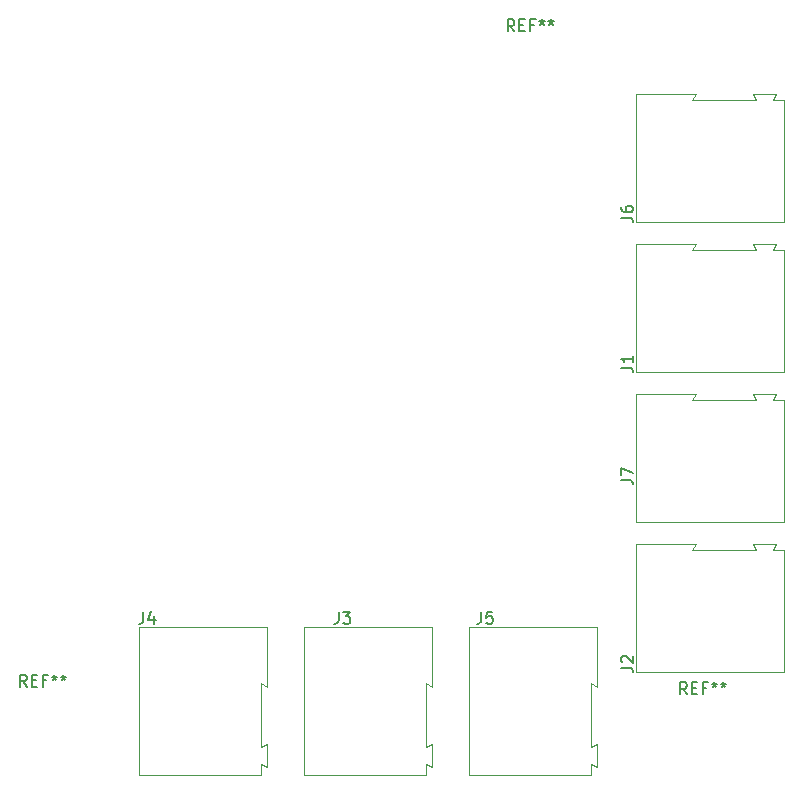
<source format=gbr>
%TF.GenerationSoftware,KiCad,Pcbnew,(5.1.7)-1*%
%TF.CreationDate,2021-07-10T18:44:26+02:00*%
%TF.ProjectId,p_ytka_podno_nik,70427974-6b61-45f7-906f-646e6f5b6e69,rev?*%
%TF.SameCoordinates,Original*%
%TF.FileFunction,Legend,Top*%
%TF.FilePolarity,Positive*%
%FSLAX46Y46*%
G04 Gerber Fmt 4.6, Leading zero omitted, Abs format (unit mm)*
G04 Created by KiCad (PCBNEW (5.1.7)-1) date 2021-07-10 18:44:26*
%MOMM*%
%LPD*%
G01*
G04 APERTURE LIST*
%ADD10C,0.120000*%
%ADD11C,0.150000*%
G04 APERTURE END LIST*
D10*
%TO.C,J3*%
X144090000Y-108000000D02*
X133240000Y-108000000D01*
X144090000Y-113100000D02*
X144090000Y-108000000D01*
X143590000Y-112800000D02*
X144090000Y-113100000D01*
X143590000Y-118200000D02*
X143590000Y-112800000D01*
X144090000Y-117950000D02*
X143590000Y-118200000D01*
X144090000Y-118000000D02*
X144090000Y-117950000D01*
X144090000Y-119900000D02*
X144090000Y-118000000D01*
X143590000Y-119650000D02*
X144090000Y-119900000D01*
X143590000Y-120600000D02*
X143590000Y-119650000D01*
X133240000Y-120600000D02*
X143590000Y-120600000D01*
X133240000Y-108000000D02*
X133240000Y-120600000D01*
%TO.C,J1*%
X161340000Y-75620000D02*
X161340000Y-86470000D01*
X166440000Y-75620000D02*
X161340000Y-75620000D01*
X166140000Y-76120000D02*
X166440000Y-75620000D01*
X171540000Y-76120000D02*
X166140000Y-76120000D01*
X171290000Y-75620000D02*
X171540000Y-76120000D01*
X171340000Y-75620000D02*
X171290000Y-75620000D01*
X173240000Y-75620000D02*
X171340000Y-75620000D01*
X172990000Y-76120000D02*
X173240000Y-75620000D01*
X173940000Y-76120000D02*
X172990000Y-76120000D01*
X173940000Y-86470000D02*
X173940000Y-76120000D01*
X161340000Y-86470000D02*
X173940000Y-86470000D01*
%TO.C,J7*%
X161340000Y-88320000D02*
X161340000Y-99170000D01*
X166440000Y-88320000D02*
X161340000Y-88320000D01*
X166140000Y-88820000D02*
X166440000Y-88320000D01*
X171540000Y-88820000D02*
X166140000Y-88820000D01*
X171290000Y-88320000D02*
X171540000Y-88820000D01*
X171340000Y-88320000D02*
X171290000Y-88320000D01*
X173240000Y-88320000D02*
X171340000Y-88320000D01*
X172990000Y-88820000D02*
X173240000Y-88320000D01*
X173940000Y-88820000D02*
X172990000Y-88820000D01*
X173940000Y-99170000D02*
X173940000Y-88820000D01*
X161340000Y-99170000D02*
X173940000Y-99170000D01*
%TO.C,J6*%
X161340000Y-73770000D02*
X173940000Y-73770000D01*
X173940000Y-73770000D02*
X173940000Y-63420000D01*
X173940000Y-63420000D02*
X172990000Y-63420000D01*
X172990000Y-63420000D02*
X173240000Y-62920000D01*
X173240000Y-62920000D02*
X171340000Y-62920000D01*
X171340000Y-62920000D02*
X171290000Y-62920000D01*
X171290000Y-62920000D02*
X171540000Y-63420000D01*
X171540000Y-63420000D02*
X166140000Y-63420000D01*
X166140000Y-63420000D02*
X166440000Y-62920000D01*
X166440000Y-62920000D02*
X161340000Y-62920000D01*
X161340000Y-62920000D02*
X161340000Y-73770000D01*
%TO.C,J5*%
X158060000Y-108000000D02*
X147210000Y-108000000D01*
X158060000Y-113100000D02*
X158060000Y-108000000D01*
X157560000Y-112800000D02*
X158060000Y-113100000D01*
X157560000Y-118200000D02*
X157560000Y-112800000D01*
X158060000Y-117950000D02*
X157560000Y-118200000D01*
X158060000Y-118000000D02*
X158060000Y-117950000D01*
X158060000Y-119900000D02*
X158060000Y-118000000D01*
X157560000Y-119650000D02*
X158060000Y-119900000D01*
X157560000Y-120600000D02*
X157560000Y-119650000D01*
X147210000Y-120600000D02*
X157560000Y-120600000D01*
X147210000Y-108000000D02*
X147210000Y-120600000D01*
%TO.C,J4*%
X130120000Y-108000000D02*
X119270000Y-108000000D01*
X130120000Y-113100000D02*
X130120000Y-108000000D01*
X129620000Y-112800000D02*
X130120000Y-113100000D01*
X129620000Y-118200000D02*
X129620000Y-112800000D01*
X130120000Y-117950000D02*
X129620000Y-118200000D01*
X130120000Y-118000000D02*
X130120000Y-117950000D01*
X130120000Y-119900000D02*
X130120000Y-118000000D01*
X129620000Y-119650000D02*
X130120000Y-119900000D01*
X129620000Y-120600000D02*
X129620000Y-119650000D01*
X119270000Y-120600000D02*
X129620000Y-120600000D01*
X119270000Y-108000000D02*
X119270000Y-120600000D01*
%TO.C,J2*%
X161340000Y-101020000D02*
X161340000Y-111870000D01*
X166440000Y-101020000D02*
X161340000Y-101020000D01*
X166140000Y-101520000D02*
X166440000Y-101020000D01*
X171540000Y-101520000D02*
X166140000Y-101520000D01*
X171290000Y-101020000D02*
X171540000Y-101520000D01*
X171340000Y-101020000D02*
X171290000Y-101020000D01*
X173240000Y-101020000D02*
X171340000Y-101020000D01*
X172990000Y-101520000D02*
X173240000Y-101020000D01*
X173940000Y-101520000D02*
X172990000Y-101520000D01*
X173940000Y-111870000D02*
X173940000Y-101520000D01*
X161340000Y-111870000D02*
X173940000Y-111870000D01*
%TO.C,REF\u002A\u002A*%
D11*
X151066666Y-57602380D02*
X150733333Y-57126190D01*
X150495238Y-57602380D02*
X150495238Y-56602380D01*
X150876190Y-56602380D01*
X150971428Y-56650000D01*
X151019047Y-56697619D01*
X151066666Y-56792857D01*
X151066666Y-56935714D01*
X151019047Y-57030952D01*
X150971428Y-57078571D01*
X150876190Y-57126190D01*
X150495238Y-57126190D01*
X151495238Y-57078571D02*
X151828571Y-57078571D01*
X151971428Y-57602380D02*
X151495238Y-57602380D01*
X151495238Y-56602380D01*
X151971428Y-56602380D01*
X152733333Y-57078571D02*
X152400000Y-57078571D01*
X152400000Y-57602380D02*
X152400000Y-56602380D01*
X152876190Y-56602380D01*
X153400000Y-56602380D02*
X153400000Y-56840476D01*
X153161904Y-56745238D02*
X153400000Y-56840476D01*
X153638095Y-56745238D01*
X153257142Y-57030952D02*
X153400000Y-56840476D01*
X153542857Y-57030952D01*
X154161904Y-56602380D02*
X154161904Y-56840476D01*
X153923809Y-56745238D02*
X154161904Y-56840476D01*
X154400000Y-56745238D01*
X154019047Y-57030952D02*
X154161904Y-56840476D01*
X154304761Y-57030952D01*
X165671666Y-113727380D02*
X165338333Y-113251190D01*
X165100238Y-113727380D02*
X165100238Y-112727380D01*
X165481190Y-112727380D01*
X165576428Y-112775000D01*
X165624047Y-112822619D01*
X165671666Y-112917857D01*
X165671666Y-113060714D01*
X165624047Y-113155952D01*
X165576428Y-113203571D01*
X165481190Y-113251190D01*
X165100238Y-113251190D01*
X166100238Y-113203571D02*
X166433571Y-113203571D01*
X166576428Y-113727380D02*
X166100238Y-113727380D01*
X166100238Y-112727380D01*
X166576428Y-112727380D01*
X167338333Y-113203571D02*
X167005000Y-113203571D01*
X167005000Y-113727380D02*
X167005000Y-112727380D01*
X167481190Y-112727380D01*
X168005000Y-112727380D02*
X168005000Y-112965476D01*
X167766904Y-112870238D02*
X168005000Y-112965476D01*
X168243095Y-112870238D01*
X167862142Y-113155952D02*
X168005000Y-112965476D01*
X168147857Y-113155952D01*
X168766904Y-112727380D02*
X168766904Y-112965476D01*
X168528809Y-112870238D02*
X168766904Y-112965476D01*
X169005000Y-112870238D01*
X168624047Y-113155952D02*
X168766904Y-112965476D01*
X168909761Y-113155952D01*
X109791666Y-113092380D02*
X109458333Y-112616190D01*
X109220238Y-113092380D02*
X109220238Y-112092380D01*
X109601190Y-112092380D01*
X109696428Y-112140000D01*
X109744047Y-112187619D01*
X109791666Y-112282857D01*
X109791666Y-112425714D01*
X109744047Y-112520952D01*
X109696428Y-112568571D01*
X109601190Y-112616190D01*
X109220238Y-112616190D01*
X110220238Y-112568571D02*
X110553571Y-112568571D01*
X110696428Y-113092380D02*
X110220238Y-113092380D01*
X110220238Y-112092380D01*
X110696428Y-112092380D01*
X111458333Y-112568571D02*
X111125000Y-112568571D01*
X111125000Y-113092380D02*
X111125000Y-112092380D01*
X111601190Y-112092380D01*
X112125000Y-112092380D02*
X112125000Y-112330476D01*
X111886904Y-112235238D02*
X112125000Y-112330476D01*
X112363095Y-112235238D01*
X111982142Y-112520952D02*
X112125000Y-112330476D01*
X112267857Y-112520952D01*
X112886904Y-112092380D02*
X112886904Y-112330476D01*
X112648809Y-112235238D02*
X112886904Y-112330476D01*
X113125000Y-112235238D01*
X112744047Y-112520952D02*
X112886904Y-112330476D01*
X113029761Y-112520952D01*
%TO.C,J3*%
X136191666Y-106762380D02*
X136191666Y-107476666D01*
X136144047Y-107619523D01*
X136048809Y-107714761D01*
X135905952Y-107762380D01*
X135810714Y-107762380D01*
X136572619Y-106762380D02*
X137191666Y-106762380D01*
X136858333Y-107143333D01*
X137001190Y-107143333D01*
X137096428Y-107190952D01*
X137144047Y-107238571D01*
X137191666Y-107333809D01*
X137191666Y-107571904D01*
X137144047Y-107667142D01*
X137096428Y-107714761D01*
X137001190Y-107762380D01*
X136715476Y-107762380D01*
X136620238Y-107714761D01*
X136572619Y-107667142D01*
%TO.C,J1*%
X160102380Y-86073333D02*
X160816666Y-86073333D01*
X160959523Y-86120952D01*
X161054761Y-86216190D01*
X161102380Y-86359047D01*
X161102380Y-86454285D01*
X161102380Y-85073333D02*
X161102380Y-85644761D01*
X161102380Y-85359047D02*
X160102380Y-85359047D01*
X160245238Y-85454285D01*
X160340476Y-85549523D01*
X160388095Y-85644761D01*
%TO.C,J7*%
X160102380Y-95583333D02*
X160816666Y-95583333D01*
X160959523Y-95630952D01*
X161054761Y-95726190D01*
X161102380Y-95869047D01*
X161102380Y-95964285D01*
X160102380Y-95202380D02*
X160102380Y-94535714D01*
X161102380Y-94964285D01*
%TO.C,J6*%
X160102380Y-73373333D02*
X160816666Y-73373333D01*
X160959523Y-73420952D01*
X161054761Y-73516190D01*
X161102380Y-73659047D01*
X161102380Y-73754285D01*
X160102380Y-72468571D02*
X160102380Y-72659047D01*
X160150000Y-72754285D01*
X160197619Y-72801904D01*
X160340476Y-72897142D01*
X160530952Y-72944761D01*
X160911904Y-72944761D01*
X161007142Y-72897142D01*
X161054761Y-72849523D01*
X161102380Y-72754285D01*
X161102380Y-72563809D01*
X161054761Y-72468571D01*
X161007142Y-72420952D01*
X160911904Y-72373333D01*
X160673809Y-72373333D01*
X160578571Y-72420952D01*
X160530952Y-72468571D01*
X160483333Y-72563809D01*
X160483333Y-72754285D01*
X160530952Y-72849523D01*
X160578571Y-72897142D01*
X160673809Y-72944761D01*
%TO.C,J5*%
X148256666Y-106762380D02*
X148256666Y-107476666D01*
X148209047Y-107619523D01*
X148113809Y-107714761D01*
X147970952Y-107762380D01*
X147875714Y-107762380D01*
X149209047Y-106762380D02*
X148732857Y-106762380D01*
X148685238Y-107238571D01*
X148732857Y-107190952D01*
X148828095Y-107143333D01*
X149066190Y-107143333D01*
X149161428Y-107190952D01*
X149209047Y-107238571D01*
X149256666Y-107333809D01*
X149256666Y-107571904D01*
X149209047Y-107667142D01*
X149161428Y-107714761D01*
X149066190Y-107762380D01*
X148828095Y-107762380D01*
X148732857Y-107714761D01*
X148685238Y-107667142D01*
%TO.C,J4*%
X119666666Y-106762380D02*
X119666666Y-107476666D01*
X119619047Y-107619523D01*
X119523809Y-107714761D01*
X119380952Y-107762380D01*
X119285714Y-107762380D01*
X120571428Y-107095714D02*
X120571428Y-107762380D01*
X120333333Y-106714761D02*
X120095238Y-107429047D01*
X120714285Y-107429047D01*
%TO.C,J2*%
X160102380Y-111473333D02*
X160816666Y-111473333D01*
X160959523Y-111520952D01*
X161054761Y-111616190D01*
X161102380Y-111759047D01*
X161102380Y-111854285D01*
X160197619Y-111044761D02*
X160150000Y-110997142D01*
X160102380Y-110901904D01*
X160102380Y-110663809D01*
X160150000Y-110568571D01*
X160197619Y-110520952D01*
X160292857Y-110473333D01*
X160388095Y-110473333D01*
X160530952Y-110520952D01*
X161102380Y-111092380D01*
X161102380Y-110473333D01*
%TD*%
M02*

</source>
